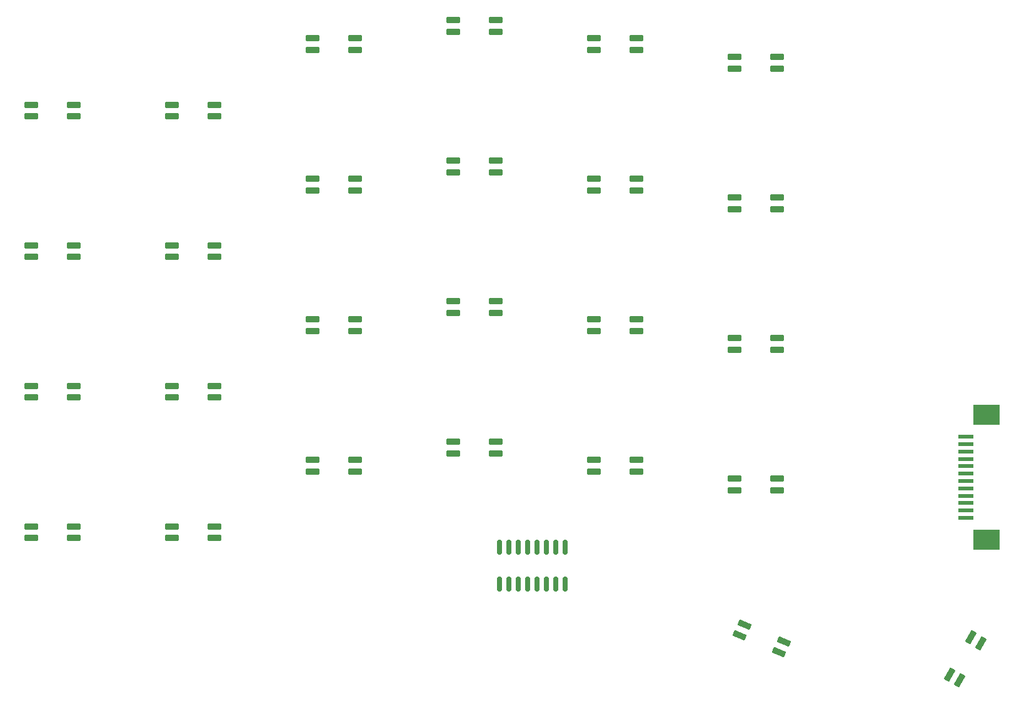
<source format=gbr>
%TF.GenerationSoftware,KiCad,Pcbnew,8.0.8-8.0.8-0~ubuntu22.04.1*%
%TF.CreationDate,2025-01-26T03:04:03-06:00*%
%TF.ProjectId,kbd,6b62642e-6b69-4636-9164-5f7063625858,rev?*%
%TF.SameCoordinates,Original*%
%TF.FileFunction,Paste,Top*%
%TF.FilePolarity,Positive*%
%FSLAX46Y46*%
G04 Gerber Fmt 4.6, Leading zero omitted, Abs format (unit mm)*
G04 Created by KiCad (PCBNEW 8.0.8-8.0.8-0~ubuntu22.04.1) date 2025-01-26 03:04:03*
%MOMM*%
%LPD*%
G01*
G04 APERTURE LIST*
G04 Aperture macros list*
%AMRoundRect*
0 Rectangle with rounded corners*
0 $1 Rounding radius*
0 $2 $3 $4 $5 $6 $7 $8 $9 X,Y pos of 4 corners*
0 Add a 4 corners polygon primitive as box body*
4,1,4,$2,$3,$4,$5,$6,$7,$8,$9,$2,$3,0*
0 Add four circle primitives for the rounded corners*
1,1,$1+$1,$2,$3*
1,1,$1+$1,$4,$5*
1,1,$1+$1,$6,$7*
1,1,$1+$1,$8,$9*
0 Add four rect primitives between the rounded corners*
20,1,$1+$1,$2,$3,$4,$5,0*
20,1,$1+$1,$4,$5,$6,$7,0*
20,1,$1+$1,$6,$7,$8,$9,0*
20,1,$1+$1,$8,$9,$2,$3,0*%
G04 Aperture macros list end*
%ADD10RoundRect,0.082000X0.818000X0.328000X-0.818000X0.328000X-0.818000X-0.328000X0.818000X-0.328000X0*%
%ADD11RoundRect,0.082000X-0.818000X-0.328000X0.818000X-0.328000X0.818000X0.328000X-0.818000X0.328000X0*%
%ADD12RoundRect,0.150000X-0.150000X0.850000X-0.150000X-0.850000X0.150000X-0.850000X0.150000X0.850000X0*%
%ADD13R,2.000000X0.610000*%
%ADD14R,3.600000X2.680000*%
%ADD15RoundRect,0.082000X0.124944X0.872409X-0.693056X-0.544409X-0.124944X-0.872409X0.693056X0.544409X0*%
%ADD16RoundRect,0.082000X0.881133X-0.017692X-0.624813X0.621544X-0.881133X0.017692X0.624813X-0.621544X0*%
G04 APERTURE END LIST*
D10*
%TO.C,LED35*%
X158150000Y-115160000D03*
X158150000Y-116740000D03*
X152350000Y-116740000D03*
X152350000Y-115160000D03*
%TD*%
D11*
%TO.C,LED01*%
X76150000Y-66090000D03*
X76150000Y-64510000D03*
X81950000Y-64510000D03*
X81950000Y-66090000D03*
%TD*%
%TO.C,LED04*%
X133300000Y-57090000D03*
X133300000Y-55510000D03*
X139100000Y-55510000D03*
X139100000Y-57090000D03*
%TD*%
D10*
%TO.C,LED30*%
X62900000Y-121660000D03*
X62900000Y-123240000D03*
X57100000Y-123240000D03*
X57100000Y-121660000D03*
%TD*%
D11*
%TO.C,LED20*%
X57100000Y-104189999D03*
X57100000Y-102609999D03*
X62900000Y-102609999D03*
X62900000Y-104189999D03*
%TD*%
D12*
%TO.C,U4*%
X129445000Y-124500000D03*
X128175000Y-124500000D03*
X126905000Y-124500000D03*
X125635000Y-124500000D03*
X124365000Y-124500000D03*
X123095000Y-124500000D03*
X121825000Y-124500000D03*
X120555000Y-124500000D03*
X120555000Y-129500000D03*
X121825000Y-129500000D03*
X123095000Y-129500000D03*
X124365000Y-129500000D03*
X125635000Y-129500000D03*
X126905000Y-129500000D03*
X128175000Y-129500000D03*
X129445000Y-129500000D03*
%TD*%
D13*
%TO.C,J2*%
X183700000Y-120500000D03*
X183700000Y-119500000D03*
X183700000Y-118500000D03*
X183700000Y-117500000D03*
X183700000Y-116500000D03*
X183700000Y-115500000D03*
X183700000Y-114500000D03*
X183700000Y-113500000D03*
X183700000Y-112500000D03*
X183700000Y-111500000D03*
X183700000Y-110500000D03*
X183700000Y-109500000D03*
D14*
X186500000Y-123490000D03*
X186500000Y-106510000D03*
%TD*%
D10*
%TO.C,LED13*%
X120050000Y-72060000D03*
X120050000Y-73640000D03*
X114250000Y-73640000D03*
X114250000Y-72060000D03*
%TD*%
%TO.C,LED32*%
X101000000Y-112660000D03*
X101000000Y-114240000D03*
X95200000Y-114240000D03*
X95200000Y-112660000D03*
%TD*%
D11*
%TO.C,LED21*%
X76150000Y-104189999D03*
X76150000Y-102609999D03*
X81950000Y-102609999D03*
X81950000Y-104189999D03*
%TD*%
D15*
%TO.C,LED37*%
X184405840Y-136683526D03*
X185774160Y-137473526D03*
X182874160Y-142496474D03*
X181505840Y-141706474D03*
%TD*%
D11*
%TO.C,LED23*%
X114250000Y-92689999D03*
X114250000Y-91109999D03*
X120050000Y-91109999D03*
X120050000Y-92689999D03*
%TD*%
D10*
%TO.C,LED31*%
X81950000Y-121660000D03*
X81950000Y-123240000D03*
X76150000Y-123240000D03*
X76150000Y-121660000D03*
%TD*%
D11*
%TO.C,LED24*%
X133300000Y-95189999D03*
X133300000Y-93609999D03*
X139100000Y-93609999D03*
X139100000Y-95189999D03*
%TD*%
%TO.C,LED25*%
X152350000Y-97689999D03*
X152350000Y-96109999D03*
X158150000Y-96109999D03*
X158150000Y-97689999D03*
%TD*%
%TO.C,LED03*%
X114250000Y-54590000D03*
X114250000Y-53010000D03*
X120050000Y-53010000D03*
X120050000Y-54590000D03*
%TD*%
D10*
%TO.C,LED33*%
X120050000Y-110160000D03*
X120050000Y-111740000D03*
X114250000Y-111740000D03*
X114250000Y-110160000D03*
%TD*%
D16*
%TO.C,LED36*%
X159048142Y-137243667D03*
X158430786Y-138698065D03*
X153091858Y-136431825D03*
X153709214Y-134977427D03*
%TD*%
D10*
%TO.C,LED14*%
X139100000Y-74560000D03*
X139100000Y-76140000D03*
X133300000Y-76140000D03*
X133300000Y-74560000D03*
%TD*%
D11*
%TO.C,LED22*%
X95200000Y-95189999D03*
X95200000Y-93609999D03*
X101000000Y-93609999D03*
X101000000Y-95189999D03*
%TD*%
D10*
%TO.C,LED10*%
X62900000Y-83560000D03*
X62900000Y-85140000D03*
X57100000Y-85140000D03*
X57100000Y-83560000D03*
%TD*%
%TO.C,LED12*%
X101000000Y-74560000D03*
X101000000Y-76140000D03*
X95200000Y-76140000D03*
X95200000Y-74560000D03*
%TD*%
D11*
%TO.C,LED02*%
X95200000Y-57090000D03*
X95200000Y-55510000D03*
X101000000Y-55510000D03*
X101000000Y-57090000D03*
%TD*%
D10*
%TO.C,LED34*%
X139100000Y-112660000D03*
X139100000Y-114240000D03*
X133300000Y-114240000D03*
X133300000Y-112660000D03*
%TD*%
D11*
%TO.C,LED00*%
X57100000Y-66090000D03*
X57100000Y-64510000D03*
X62900000Y-64510000D03*
X62900000Y-66090000D03*
%TD*%
D10*
%TO.C,LED15*%
X158150000Y-77060000D03*
X158150000Y-78640000D03*
X152350000Y-78640000D03*
X152350000Y-77060000D03*
%TD*%
%TO.C,LED11*%
X81950000Y-83560000D03*
X81950000Y-85140000D03*
X76150000Y-85140000D03*
X76150000Y-83560000D03*
%TD*%
D11*
%TO.C,LED05*%
X152350000Y-59590000D03*
X152350000Y-58010000D03*
X158150000Y-58010000D03*
X158150000Y-59590000D03*
%TD*%
M02*

</source>
